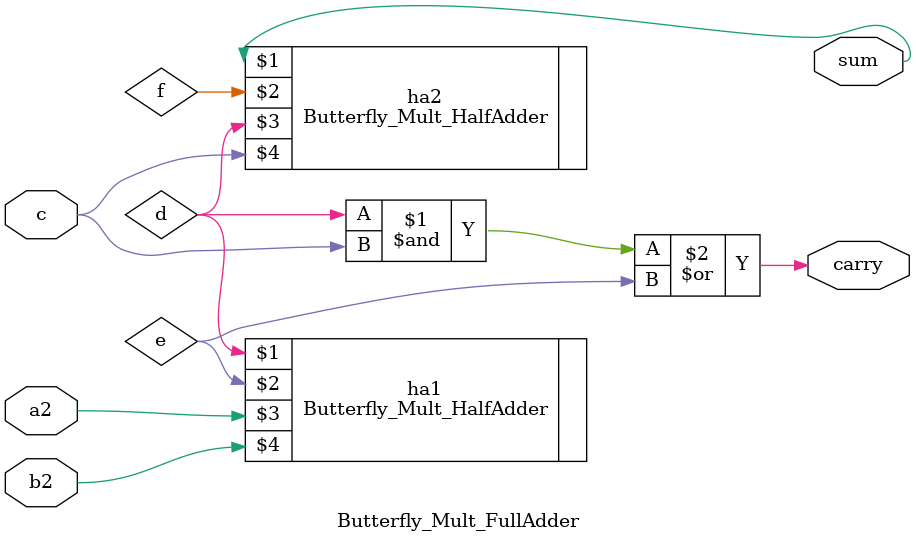
<source format=v>
module Butterfly_Mult_FullAdder(sum,carry,a2,b2,c);

output sum,carry;

input a2,b2,c;

wire d,e,f;

Butterfly_Mult_HalfAdder ha1(d,e,a2,b2);

Butterfly_Mult_HalfAdder ha2(sum,f,d,c);

assign carry=(d&c)|e;

endmodule

</source>
